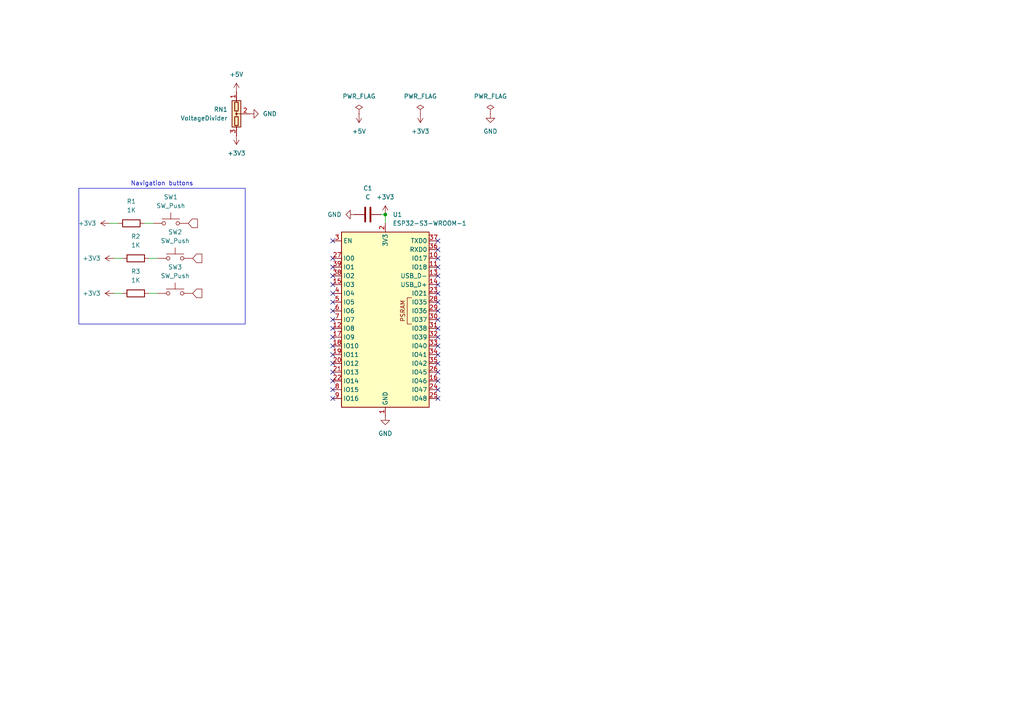
<source format=kicad_sch>
(kicad_sch (version 20250114) (generator "eeschema") (generator_version "9.0")
  (paper "A4")
  (title_block (title "SMART WATCH") (date "2026-01-13") (comment 1 "0Zane"))
  (lib_symbols
    (symbol "Device:C" (pin_numbers (hide yes)) (pin_names (offset 0.254))
      (property "Reference" "C" (at 0.635 2.54 0))
      (property "Value" "C" (at 0.635 -2.54 0))
      (symbol "C_0_1"
        (polyline (pts (xy -2.032 0.762) (xy 2.032 0.762)) (stroke (width 0.508)))
        (polyline (pts (xy -2.032 -0.762) (xy 2.032 -0.762)) (stroke (width 0.508)))
      )
      (symbol "C_1_1"
        (pin passive line (at 0 3.81 270) (length 2.794) (name "~") (number "1"))
        (pin passive line (at 0 -3.81 90) (length 2.794) (name "~") (number "2"))
      )
    )
    (symbol "Device:R" (pin_numbers (hide yes)) (pin_names (offset 0))
      (property "Reference" "R" (at 2.032 0 90))
      (property "Value" "R" (at 0 0 90))
      (symbol "R_0_1"
        (rectangle (start -1.016 -2.54) (end 1.016 2.54) (stroke (width 0.254)))
      )
      (symbol "R_1_1"
        (pin passive line (at 0 3.81 270) (length 1.27) (name "~") (number "1"))
        (pin passive line (at 0 -3.81 90) (length 1.27) (name "~") (number "2"))
      )
    )
    (symbol "Device:VoltageDivider" (pin_names (offset 0) (hide yes))
      (property "Reference" "RN" (at -4.445 0 90))
      (property "Value" "VoltageDivider" (at -2.54 0 90))
      (symbol "VoltageDivider_0_1"
        (rectangle (start -1.27 -3.81) (end 1.27 3.81) (stroke (width 0.254)) (fill (type background)))
        (rectangle (start -0.508 3.3782) (end 0.508 0.8382) (stroke (width 0.254)))
        (rectangle (start -0.508 -3.3782) (end 0.508 -0.8382) (stroke (width 0.254)))
        (polyline (pts (xy 0 5.08) (xy 0 3.3782)))
        (polyline (pts (xy 0 0.889) (xy 0 -0.889)))
        (circle (center 0 0.0254) (radius 0.254) (fill (type outline)))
        (polyline (pts (xy 0 -5.08) (xy 0 -3.429)))
        (polyline (pts (xy 1.27 0) (xy 0 0)))
      )
      (symbol "VoltageDivider_1_1"
        (pin passive line (at 0 6.35 270) (length 2.54) (name "~") (number "1"))
        (pin passive line (at 0 -6.35 90) (length 2.54) (name "~") (number "3"))
        (pin passive line (at 3.81 0 180) (length 2.54) (name "~") (number "2"))
      )
    )
    (symbol "RF_Module:ESP32-S3-WROOM-1"
      (property "Reference" "U" (at -12.7 26.67 0))
      (property "Value" "ESP32-S3-WROOM-1" (at 12.7 26.67 0))
      (symbol "ESP32-S3-WROOM-1_0_0"
        (rectangle (start -12.7 25.4) (end 12.7 -25.4) (stroke (width 0.254)) (fill (type background)))
        (text "PSRAM" (at 5.08 2.54 900) (effects (font (size 1.27 1.27))))
      )
      (symbol "ESP32-S3-WROOM-1_0_1"
        (polyline (pts (xy 7.62 -1.27) (xy 6.35 -1.27) (xy 6.35 6.35) (xy 7.62 6.35)))
      )
      (symbol "ESP32-S3-WROOM-1_1_1"
        (pin input line (at -15.24 22.86 0) (length 2.54) (name "EN") (number "3"))
        (pin bidirectional line (at -15.24 17.78 0) (length 2.54) (name "IO0") (number "27"))
        (pin bidirectional line (at -15.24 15.24 0) (length 2.54) (name "IO1") (number "39"))
        (pin bidirectional line (at -15.24 12.7 0) (length 2.54) (name "IO2") (number "38"))
        (pin bidirectional line (at -15.24 10.16 0) (length 2.54) (name "IO3") (number "15"))
        (pin bidirectional line (at -15.24 7.62 0) (length 2.54) (name "IO4") (number "4"))
        (pin bidirectional line (at -15.24 5.08 0) (length 2.54) (name "IO5") (number "5"))
        (pin bidirectional line (at -15.24 2.54 0) (length 2.54) (name "IO6") (number "6"))
        (pin bidirectional line (at -15.24 0 0) (length 2.54) (name "IO7") (number "7"))
        (pin bidirectional line (at -15.24 -2.54 0) (length 2.54) (name "IO8") (number "12"))
        (pin bidirectional line (at -15.24 -5.08 0) (length 2.54) (name "IO9") (number "17"))
        (pin bidirectional line (at -15.24 -7.62 0) (length 2.54) (name "IO10") (number "18"))
        (pin bidirectional line (at -15.24 -10.16 0) (length 2.54) (name "IO11") (number "19"))
        (pin bidirectional line (at -15.24 -12.7 0) (length 2.54) (name "IO12") (number "20"))
        (pin bidirectional line (at -15.24 -15.24 0) (length 2.54) (name "IO13") (number "21"))
        (pin bidirectional line (at -15.24 -17.78 0) (length 2.54) (name "IO14") (number "22"))
        (pin bidirectional line (at -15.24 -20.32 0) (length 2.54) (name "IO15") (number "8"))
        (pin bidirectional line (at -15.24 -22.86 0) (length 2.54) (name "IO16") (number "9"))
        (pin power_in line (at 0 27.94 270) (length 2.54) (name "3V3") (number "2"))
        (pin power_in line (at 0 -27.94 90) (length 2.54) (name "GND") (number "1"))
        (pin passive line (at 0 -27.94 90) (length 2.54) (hide yes) (name "GND") (number "40"))
        (pin passive line (at 0 -27.94 90) (length 2.54) (hide yes) (name "GND") (number "41"))
        (pin bidirectional line (at 15.24 22.86 180) (length 2.54) (name "TXD0") (number "37"))
        (pin bidirectional line (at 15.24 20.32 180) (length 2.54) (name "RXD0") (number "36"))
        (pin bidirectional line (at 15.24 17.78 180) (length 2.54) (name "IO17") (number "10"))
        (pin bidirectional line (at 15.24 15.24 180) (length 2.54) (name "IO18") (number "11"))
        (pin bidirectional line (at 15.24 12.7 180) (length 2.54) (name "USB_D-") (number "13"))
        (pin bidirectional line (at 15.24 10.16 180) (length 2.54) (name "USB_D+") (number "14"))
        (pin bidirectional line (at 15.24 7.62 180) (length 2.54) (name "IO21") (number "23"))
        (pin bidirectional line (at 15.24 5.08 180) (length 2.54) (name "IO35") (number "28"))
        (pin bidirectional line (at 15.24 2.54 180) (length 2.54) (name "IO36") (number "29"))
        (pin bidirectional line (at 15.24 0 180) (length 2.54) (name "IO37") (number "30"))
        (pin bidirectional line (at 15.24 -2.54 180) (length 2.54) (name "IO38") (number "31"))
        (pin bidirectional line (at 15.24 -5.08 180) (length 2.54) (name "IO39") (number "32"))
        (pin bidirectional line (at 15.24 -7.62 180) (length 2.54) (name "IO40") (number "33"))
        (pin bidirectional line (at 15.24 -10.16 180) (length 2.54) (name "IO41") (number "34"))
        (pin bidirectional line (at 15.24 -12.7 180) (length 2.54) (name "IO42") (number "35"))
        (pin bidirectional line (at 15.24 -15.24 180) (length 2.54) (name "IO45") (number "26"))
        (pin bidirectional line (at 15.24 -17.78 180) (length 2.54) (name "IO46") (number "16"))
        (pin bidirectional line (at 15.24 -20.32 180) (length 2.54) (name "IO47") (number "24"))
        (pin bidirectional line (at 15.24 -22.86 180) (length 2.54) (name "IO48") (number "25"))
      )
    )
    (symbol "Switch:SW_Push" (pin_numbers (hide yes)) (pin_names (offset 1.016) (hide yes))
      (property "Reference" "SW" (at 1.27 2.54 0))
      (property "Value" "SW_Push" (at 0 -1.524 0))
      (symbol "SW_Push_0_1"
        (circle (center -2.032 0) (radius 0.508))
        (polyline (pts (xy 0 1.27) (xy 0 3.048)))
        (circle (center 2.032 0) (radius 0.508))
        (polyline (pts (xy 2.54 1.27) (xy -2.54 1.27)))
        (pin passive line (at -5.08 0 0) (length 2.54) (name "1") (number "1"))
        (pin passive line (at 5.08 0 180) (length 2.54) (name "2") (number "2"))
      )
    )
    (symbol "power:+3V3" (power) (pin_numbers (hide yes)) (pin_names (offset 0) (hide yes))
      (property "Value" "+3V3" (at 0 3.556 0))
      (symbol "+3V3_0_1"
        (polyline (pts (xy -0.762 1.27) (xy 0 2.54)))
        (polyline (pts (xy 0 2.54) (xy 0.762 1.27)))
        (polyline (pts (xy 0 0) (xy 0 2.54)))
      )
      (symbol "+3V3_1_1"
        (pin power_in line (at 0 0 90) (length 0) (name "~") (number "1"))
      )
    )
    (symbol "power:+5V" (power) (pin_numbers (hide yes)) (pin_names (offset 0) (hide yes))
      (property "Value" "+5V" (at 0 3.556 0))
      (symbol "+5V_0_1"
        (polyline (pts (xy -0.762 1.27) (xy 0 2.54)))
        (polyline (pts (xy 0 2.54) (xy 0.762 1.27)))
        (polyline (pts (xy 0 0) (xy 0 2.54)))
      )
      (symbol "+5V_1_1"
        (pin power_in line (at 0 0 90) (length 0) (name "~") (number "1"))
      )
    )
    (symbol "power:GND" (power) (pin_numbers (hide yes)) (pin_names (offset 0) (hide yes))
      (property "Value" "GND" (at 0 -3.81 0))
      (symbol "GND_0_1"
        (polyline (pts (xy 0 0) (xy 0 -1.27) (xy 1.27 -1.27) (xy 0 -2.54) (xy -1.27 -1.27) (xy 0 -1.27)))
      )
      (symbol "GND_1_1"
        (pin power_in line (at 0 0 270) (length 0) (name "~") (number "1"))
      )
    )
    (symbol "power:PWR_FLAG" (power) (pin_numbers (hide yes)) (pin_names (offset 0) (hide yes))
      (property "Value" "PWR_FLAG" (at 0 3.81 0))
      (symbol "PWR_FLAG_0_0"
        (pin power_out line (at 0 0 90) (length 0) (name "~") (number "1"))
      )
      (symbol "PWR_FLAG_0_1"
        (polyline (pts (xy 0 0) (xy 0 1.27) (xy -1.016 1.905) (xy 0 2.54) (xy 1.016 1.905) (xy 0 1.27)))
      )
    )
  )
  (rectangle (start 22.86 54.61) (end 71.12 93.98))
  (text "Navigation buttons" (at 46.99 53.34 0) (effects (font (size 1.27 1.27))))
  (junction (at 111.76 62.23))
  (no_connect (at 96.52 92.71))
  (no_connect (at 127 90.17))
  (no_connect (at 127 97.79))
  (no_connect (at 127 87.63))
  (no_connect (at 96.52 90.17))
  (no_connect (at 127 74.93))
  (no_connect (at 96.52 69.85))
  (no_connect (at 127 95.25))
  (no_connect (at 127 82.55))
  (no_connect (at 96.52 115.57))
  (no_connect (at 127 85.09))
  (no_connect (at 96.52 113.03))
  (no_connect (at 96.52 107.95))
  (no_connect (at 127 102.87))
  (no_connect (at 96.52 110.49))
  (no_connect (at 127 115.57))
  (no_connect (at 127 80.01))
  (no_connect (at 127 72.39))
  (no_connect (at 96.52 87.63))
  (no_connect (at 127 105.41))
  (no_connect (at 127 113.03))
  (no_connect (at 96.52 82.55))
  (no_connect (at 127 77.47))
  (no_connect (at 127 110.49))
  (no_connect (at 96.52 85.09))
  (no_connect (at 127 92.71))
  (no_connect (at 96.52 95.25))
  (no_connect (at 96.52 74.93))
  (no_connect (at 96.52 97.79))
  (no_connect (at 96.52 77.47))
  (no_connect (at 127 100.33))
  (no_connect (at 96.52 102.87))
  (no_connect (at 127 69.85))
  (no_connect (at 96.52 80.01))
  (no_connect (at 96.52 100.33))
  (no_connect (at 127 107.95))
  (no_connect (at 96.52 105.41))
  (wire (pts (xy 41.91 64.77) (xy 44.45 64.77)))
  (wire (pts (xy 43.18 85.09) (xy 45.72 85.09)))
  (wire (pts (xy 43.18 74.93) (xy 45.72 74.93)))
  (wire (pts (xy 31.75 64.77) (xy 34.29 64.77)))
  (wire (pts (xy 33.02 74.93) (xy 35.56 74.93)))
  (wire (pts (xy 110.49 62.23) (xy 111.76 62.23)))
  (wire (pts (xy 111.76 64.77) (xy 111.76 62.23)))
  (wire (pts (xy 33.02 85.09) (xy 35.56 85.09)))
  (global_label "" (shape input) (at 54.61 64.77 0) (property "Intersheetrefs" "${INTERSHEET_REFS}" (effects (hide yes))))
  (global_label "" (shape input) (at 55.88 85.09 0) (property "Intersheetrefs" "${INTERSHEET_REFS}" (effects (hide yes))))
  (global_label "" (shape input) (at 55.88 74.93 0) (property "Intersheetrefs" "${INTERSHEET_REFS}" (effects (hide yes))))
  (symbol (lib_id "power:PWR_FLAG") (at 121.92 33.02 0) (unit 1)
    (property "Reference" "#FLG02" (effects (hide yes)))
    (property "Value" "PWR_FLAG" (at 121.92 27.94 0))
    (property "Description" "Special symbol for telling ERC where power comes from" (effects (hide yes)))
  )
  (symbol (lib_id "power:GND") (at 111.76 120.65 0) (unit 1)
    (property "Reference" "#PWR06" (effects (hide yes)))
    (property "Value" "GND" (at 111.76 125.73 0))
    (property "Description" "Power symbol creates a global label with name \"GND\" , ground" (effects (hide yes)))
  )
  (symbol (lib_id "power:GND") (at 142.24 33.02 0) (unit 1)
    (property "Reference" "#PWR07" (effects (hide yes)))
    (property "Value" "GND" (at 142.24 38.1 0))
    (property "Description" "Power symbol creates a global label with name \"GND\" , ground" (effects (hide yes)))
  )
  (symbol (lib_id "power:+5V") (at 68.58 26.67 0) (unit 1)
    (property "Reference" "#PWR05" (effects (hide yes)))
    (property "Value" "+5V" (at 68.58 21.59 0))
    (property "Description" "Power symbol creates a global label with name \"+5V\"" (effects (hide yes)))
  )
  (symbol (lib_id "power:GND") (at 72.39 33.02 90) (unit 1)
    (property "Reference" "#PWR04" (effects (hide yes)))
    (property "Value" "GND" (at 76.2 33.0199 90) (effects (justify right)))
    (property "Description" "Power symbol creates a global label with name \"GND\" , ground" (effects (hide yes)))
  )
  (symbol (lib_id "Switch:SW_Push") (at 50.8 85.09 0) (unit 1)
    (property "Reference" "SW3" (at 50.8 77.47 0))
    (property "Value" "SW_Push" (at 50.8 80.01 0))
    (property "Description" "Push button switch, generic, two pins" (effects (hide yes)))
  )
  (symbol (lib_id "power:+3V3") (at 33.02 74.93 90) (unit 1)
    (property "Reference" "#PWR011" (effects (hide yes)))
    (property "Value" "+3V3" (at 29.21 74.9299 90) (effects (justify left)))
    (property "Description" "Power symbol creates a global label with name \"+3V3\"" (effects (hide yes)))
  )
  (symbol (lib_id "Device:VoltageDivider") (at 68.58 33.02 0) (unit 1)
    (property "Reference" "RN1" (at 66.04 31.7499 0) (effects (justify right)))
    (property "Value" "VoltageDivider" (at 66.04 34.2899 0) (effects (justify right)))
    (property "Description" "Voltage divider" (effects (hide yes)))
  )
  (symbol (lib_id "power:PWR_FLAG") (at 142.24 33.02 0) (unit 1)
    (property "Reference" "#FLG03" (effects (hide yes)))
    (property "Value" "PWR_FLAG" (at 142.24 27.94 0))
    (property "Description" "Special symbol for telling ERC where power comes from" (effects (hide yes)))
  )
  (symbol (lib_id "power:+3V3") (at 33.02 85.09 90) (unit 1)
    (property "Reference" "#PWR012" (effects (hide yes)))
    (property "Value" "+3V3" (at 29.21 85.0899 90) (effects (justify left)))
    (property "Description" "Power symbol creates a global label with name \"+3V3\"" (effects (hide yes)))
  )
  (symbol (lib_id "RF_Module:ESP32-S3-WROOM-1") (at 111.76 92.71 0) (unit 1)
    (property "Reference" "U1" (at 113.9033 62.23 0) (effects (justify left)))
    (property "Value" "ESP32-S3-WROOM-1" (at 113.9033 64.77 0) (effects (justify left)))
    (property "Footprint" "RF_Module:ESP32-S3-WROOM-1" (effects (hide yes)))
    (property "Datasheet" "https://www.espressif.com/sites/default/files/documentation/esp32-s3-wroom-1_wroom-1u_datasheet_en.pdf" (effects (hide yes)))
    (property "Description" "RF Module, ESP32-S3 SoC, Wi-Fi 802.11b/g/n, Bluetooth, BLE, 32-bit, 3.3V, onboard antenna, SMD" (effects (hide yes)))
  )
  (symbol (lib_id "power:PWR_FLAG") (at 104.14 33.02 0) (unit 1)
    (property "Reference" "#FLG01" (effects (hide yes)))
    (property "Value" "PWR_FLAG" (at 104.14 27.94 0))
    (property "Description" "Special symbol for telling ERC where power comes from" (effects (hide yes)))
  )
  (symbol (lib_id "Device:R") (at 39.37 74.93 270) (unit 1)
    (property "Reference" "R2" (at 39.37 68.58 90))
    (property "Value" "1K" (at 39.37 71.12 90))
    (property "Description" "Resistor" (effects (hide yes)))
  )
  (symbol (lib_id "Device:C") (at 106.68 62.23 90) (unit 1)
    (property "Reference" "C1" (at 106.68 54.61 90))
    (property "Value" "C" (at 106.68 57.15 90))
    (property "Description" "Unpolarized capacitor" (effects (hide yes)))
  )
  (symbol (lib_id "power:+3V3") (at 121.92 33.02 180) (unit 1)
    (property "Reference" "#PWR08" (effects (hide yes)))
    (property "Value" "+3V3" (at 121.92 38.1 0))
    (property "Description" "Power symbol creates a global label with name \"+3V3\"" (effects (hide yes)))
  )
  (symbol (lib_id "power:GND") (at 102.87 62.23 270) (unit 1)
    (property "Reference" "#PWR01" (effects (hide yes)))
    (property "Value" "GND" (at 99.06 62.2299 90) (effects (justify right)))
    (property "Description" "Power symbol creates a global label with name \"GND\" , ground" (effects (hide yes)))
  )
  (symbol (lib_id "power:+3V3") (at 111.76 62.23 0) (unit 1)
    (property "Reference" "#PWR02" (effects (hide yes)))
    (property "Value" "+3V3" (at 111.76 57.15 0))
    (property "Description" "Power symbol creates a global label with name \"+3V3\"" (effects (hide yes)))
  )
  (symbol (lib_id "Switch:SW_Push") (at 50.8 74.93 0) (unit 1)
    (property "Reference" "SW2" (at 50.8 67.31 0))
    (property "Value" "SW_Push" (at 50.8 69.85 0))
    (property "Description" "Push button switch, generic, two pins" (effects (hide yes)))
  )
  (symbol (lib_id "Switch:SW_Push") (at 49.53 64.77 0) (unit 1)
    (property "Reference" "SW1" (at 49.53 57.15 0))
    (property "Value" "SW_Push" (at 49.53 59.69 0))
    (property "Description" "Push button switch, generic, two pins" (effects (hide yes)))
  )
  (symbol (lib_id "power:+3V3") (at 31.75 64.77 90) (unit 1)
    (property "Reference" "#PWR010" (effects (hide yes)))
    (property "Value" "+3V3" (at 27.94 64.7699 90) (effects (justify left)))
    (property "Description" "Power symbol creates a global label with name \"+3V3\"" (effects (hide yes)))
  )
  (symbol (lib_id "power:+5V") (at 104.14 33.02 180) (unit 1)
    (property "Reference" "#PWR09" (effects (hide yes)))
    (property "Value" "+5V" (at 104.14 38.1 0))
    (property "Description" "Power symbol creates a global label with name \"+5V\"" (effects (hide yes)))
  )
  (symbol (lib_id "power:+3V3") (at 68.58 39.37 180) (unit 1)
    (property "Reference" "#PWR03" (effects (hide yes)))
    (property "Value" "+3V3" (at 68.58 44.45 0))
    (property "Description" "Power symbol creates a global label with name \"+3V3\"" (effects (hide yes)))
  )
  (symbol (lib_id "Device:R") (at 39.37 85.09 270) (unit 1)
    (property "Reference" "R3" (at 39.37 78.74 90))
    (property "Value" "1K" (at 39.37 81.28 90))
    (property "Description" "Resistor" (effects (hide yes)))
  )
  (symbol (lib_id "Device:R") (at 38.1 64.77 270) (unit 1)
    (property "Reference" "R1" (at 38.1 58.42 90))
    (property "Value" "1K" (at 38.1 60.96 90))
    (property "Description" "Resistor" (effects (hide yes)))
  )
)
</source>
